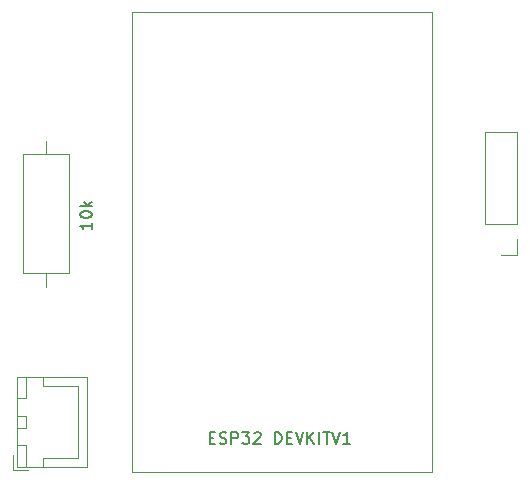
<source format=gbr>
%TF.GenerationSoftware,KiCad,Pcbnew,9.0.7*%
%TF.CreationDate,2026-01-15T22:57:21-07:00*%
%TF.ProjectId,TankMonitoor,54616e6b-4d6f-46e6-9974-6f6f722e6b69,rev?*%
%TF.SameCoordinates,Original*%
%TF.FileFunction,Legend,Top*%
%TF.FilePolarity,Positive*%
%FSLAX46Y46*%
G04 Gerber Fmt 4.6, Leading zero omitted, Abs format (unit mm)*
G04 Created by KiCad (PCBNEW 9.0.7) date 2026-01-15 22:57:21*
%MOMM*%
%LPD*%
G01*
G04 APERTURE LIST*
%ADD10C,0.150000*%
%ADD11C,0.120000*%
G04 APERTURE END LIST*
D10*
X92369819Y-66639411D02*
X92369819Y-67210839D01*
X92369819Y-66925125D02*
X91369819Y-66925125D01*
X91369819Y-66925125D02*
X91512676Y-67020363D01*
X91512676Y-67020363D02*
X91607914Y-67115601D01*
X91607914Y-67115601D02*
X91655533Y-67210839D01*
X91369819Y-66020363D02*
X91369819Y-65925125D01*
X91369819Y-65925125D02*
X91417438Y-65829887D01*
X91417438Y-65829887D02*
X91465057Y-65782268D01*
X91465057Y-65782268D02*
X91560295Y-65734649D01*
X91560295Y-65734649D02*
X91750771Y-65687030D01*
X91750771Y-65687030D02*
X91988866Y-65687030D01*
X91988866Y-65687030D02*
X92179342Y-65734649D01*
X92179342Y-65734649D02*
X92274580Y-65782268D01*
X92274580Y-65782268D02*
X92322200Y-65829887D01*
X92322200Y-65829887D02*
X92369819Y-65925125D01*
X92369819Y-65925125D02*
X92369819Y-66020363D01*
X92369819Y-66020363D02*
X92322200Y-66115601D01*
X92322200Y-66115601D02*
X92274580Y-66163220D01*
X92274580Y-66163220D02*
X92179342Y-66210839D01*
X92179342Y-66210839D02*
X91988866Y-66258458D01*
X91988866Y-66258458D02*
X91750771Y-66258458D01*
X91750771Y-66258458D02*
X91560295Y-66210839D01*
X91560295Y-66210839D02*
X91465057Y-66163220D01*
X91465057Y-66163220D02*
X91417438Y-66115601D01*
X91417438Y-66115601D02*
X91369819Y-66020363D01*
X92369819Y-65258458D02*
X91369819Y-65258458D01*
X91988866Y-65163220D02*
X92369819Y-64877506D01*
X91703152Y-64877506D02*
X92084104Y-65258458D01*
X102336779Y-84846009D02*
X102670112Y-84846009D01*
X102812969Y-85369819D02*
X102336779Y-85369819D01*
X102336779Y-85369819D02*
X102336779Y-84369819D01*
X102336779Y-84369819D02*
X102812969Y-84369819D01*
X103193922Y-85322200D02*
X103336779Y-85369819D01*
X103336779Y-85369819D02*
X103574874Y-85369819D01*
X103574874Y-85369819D02*
X103670112Y-85322200D01*
X103670112Y-85322200D02*
X103717731Y-85274580D01*
X103717731Y-85274580D02*
X103765350Y-85179342D01*
X103765350Y-85179342D02*
X103765350Y-85084104D01*
X103765350Y-85084104D02*
X103717731Y-84988866D01*
X103717731Y-84988866D02*
X103670112Y-84941247D01*
X103670112Y-84941247D02*
X103574874Y-84893628D01*
X103574874Y-84893628D02*
X103384398Y-84846009D01*
X103384398Y-84846009D02*
X103289160Y-84798390D01*
X103289160Y-84798390D02*
X103241541Y-84750771D01*
X103241541Y-84750771D02*
X103193922Y-84655533D01*
X103193922Y-84655533D02*
X103193922Y-84560295D01*
X103193922Y-84560295D02*
X103241541Y-84465057D01*
X103241541Y-84465057D02*
X103289160Y-84417438D01*
X103289160Y-84417438D02*
X103384398Y-84369819D01*
X103384398Y-84369819D02*
X103622493Y-84369819D01*
X103622493Y-84369819D02*
X103765350Y-84417438D01*
X104193922Y-85369819D02*
X104193922Y-84369819D01*
X104193922Y-84369819D02*
X104574874Y-84369819D01*
X104574874Y-84369819D02*
X104670112Y-84417438D01*
X104670112Y-84417438D02*
X104717731Y-84465057D01*
X104717731Y-84465057D02*
X104765350Y-84560295D01*
X104765350Y-84560295D02*
X104765350Y-84703152D01*
X104765350Y-84703152D02*
X104717731Y-84798390D01*
X104717731Y-84798390D02*
X104670112Y-84846009D01*
X104670112Y-84846009D02*
X104574874Y-84893628D01*
X104574874Y-84893628D02*
X104193922Y-84893628D01*
X105098684Y-84369819D02*
X105717731Y-84369819D01*
X105717731Y-84369819D02*
X105384398Y-84750771D01*
X105384398Y-84750771D02*
X105527255Y-84750771D01*
X105527255Y-84750771D02*
X105622493Y-84798390D01*
X105622493Y-84798390D02*
X105670112Y-84846009D01*
X105670112Y-84846009D02*
X105717731Y-84941247D01*
X105717731Y-84941247D02*
X105717731Y-85179342D01*
X105717731Y-85179342D02*
X105670112Y-85274580D01*
X105670112Y-85274580D02*
X105622493Y-85322200D01*
X105622493Y-85322200D02*
X105527255Y-85369819D01*
X105527255Y-85369819D02*
X105241541Y-85369819D01*
X105241541Y-85369819D02*
X105146303Y-85322200D01*
X105146303Y-85322200D02*
X105098684Y-85274580D01*
X106098684Y-84465057D02*
X106146303Y-84417438D01*
X106146303Y-84417438D02*
X106241541Y-84369819D01*
X106241541Y-84369819D02*
X106479636Y-84369819D01*
X106479636Y-84369819D02*
X106574874Y-84417438D01*
X106574874Y-84417438D02*
X106622493Y-84465057D01*
X106622493Y-84465057D02*
X106670112Y-84560295D01*
X106670112Y-84560295D02*
X106670112Y-84655533D01*
X106670112Y-84655533D02*
X106622493Y-84798390D01*
X106622493Y-84798390D02*
X106051065Y-85369819D01*
X106051065Y-85369819D02*
X106670112Y-85369819D01*
X107860589Y-85369819D02*
X107860589Y-84369819D01*
X107860589Y-84369819D02*
X108098684Y-84369819D01*
X108098684Y-84369819D02*
X108241541Y-84417438D01*
X108241541Y-84417438D02*
X108336779Y-84512676D01*
X108336779Y-84512676D02*
X108384398Y-84607914D01*
X108384398Y-84607914D02*
X108432017Y-84798390D01*
X108432017Y-84798390D02*
X108432017Y-84941247D01*
X108432017Y-84941247D02*
X108384398Y-85131723D01*
X108384398Y-85131723D02*
X108336779Y-85226961D01*
X108336779Y-85226961D02*
X108241541Y-85322200D01*
X108241541Y-85322200D02*
X108098684Y-85369819D01*
X108098684Y-85369819D02*
X107860589Y-85369819D01*
X108860589Y-84846009D02*
X109193922Y-84846009D01*
X109336779Y-85369819D02*
X108860589Y-85369819D01*
X108860589Y-85369819D02*
X108860589Y-84369819D01*
X108860589Y-84369819D02*
X109336779Y-84369819D01*
X109622494Y-84369819D02*
X109955827Y-85369819D01*
X109955827Y-85369819D02*
X110289160Y-84369819D01*
X110622494Y-85369819D02*
X110622494Y-84369819D01*
X111193922Y-85369819D02*
X110765351Y-84798390D01*
X111193922Y-84369819D02*
X110622494Y-84941247D01*
X111622494Y-85369819D02*
X111622494Y-84369819D01*
X111955827Y-84369819D02*
X112527255Y-84369819D01*
X112241541Y-85369819D02*
X112241541Y-84369819D01*
X112717732Y-84369819D02*
X113051065Y-85369819D01*
X113051065Y-85369819D02*
X113384398Y-84369819D01*
X114241541Y-85369819D02*
X113670113Y-85369819D01*
X113955827Y-85369819D02*
X113955827Y-84369819D01*
X113955827Y-84369819D02*
X113860589Y-84512676D01*
X113860589Y-84512676D02*
X113765351Y-84607914D01*
X113765351Y-84607914D02*
X113670113Y-84655533D01*
D11*
%TO.C,REF\u002A\u002A*%
X128380000Y-69380000D02*
X127000000Y-69380000D01*
X128380000Y-68000000D02*
X128380000Y-69380000D01*
X128380000Y-66730000D02*
X128380000Y-59000000D01*
X128380000Y-66730000D02*
X125620000Y-66730000D01*
X128380000Y-59000000D02*
X125620000Y-59000000D01*
X125620000Y-66730000D02*
X125620000Y-59000000D01*
X86580000Y-70950000D02*
X90420000Y-70950000D01*
X90420000Y-60810000D01*
X86580000Y-60810000D01*
X86580000Y-70950000D01*
X88500000Y-59700000D02*
X88500000Y-60810000D01*
X88500000Y-72060000D02*
X88500000Y-70950000D01*
X95730000Y-48820000D02*
X121130000Y-48820000D01*
X95730000Y-87740000D02*
X95730000Y-48820000D01*
X121130000Y-48820000D02*
X121130000Y-87740000D01*
X121130000Y-87740000D02*
X95730000Y-87740000D01*
X85725000Y-87600000D02*
X86975000Y-87600000D01*
X88275000Y-87300000D02*
X88275000Y-86550000D01*
X88275000Y-86550000D02*
X91225000Y-86550000D01*
X91225000Y-86550000D02*
X91225000Y-83500000D01*
X85725000Y-86350000D02*
X85725000Y-87600000D01*
X88275000Y-80450000D02*
X91225000Y-80450000D01*
X91225000Y-80450000D02*
X91225000Y-83500000D01*
X88275000Y-79700000D02*
X88275000Y-80450000D01*
X86015000Y-87310000D02*
X91985000Y-87310000D01*
X91985000Y-79690000D01*
X86015000Y-79690000D01*
X86015000Y-87310000D01*
X86025000Y-87300000D02*
X86775000Y-87300000D01*
X86775000Y-85500000D01*
X86025000Y-85500000D01*
X86025000Y-87300000D01*
X86025000Y-84000000D02*
X86775000Y-84000000D01*
X86775000Y-83000000D01*
X86025000Y-83000000D01*
X86025000Y-84000000D01*
X86025000Y-81500000D02*
X86775000Y-81500000D01*
X86775000Y-79700000D01*
X86025000Y-79700000D01*
X86025000Y-81500000D01*
%TD*%
M02*

</source>
